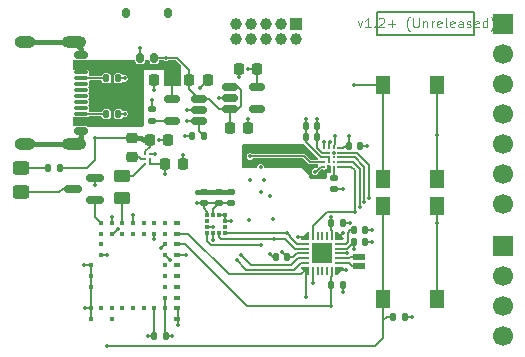
<source format=gbr>
%TF.GenerationSoftware,KiCad,Pcbnew,9.0.1+1*%
%TF.CreationDate,2025-09-03T19:24:44+00:00*%
%TF.ProjectId,ZSWatch-HeartRate,5a535761-7463-4682-9d48-656172745261,v1.2+ (Unreleased)*%
%TF.SameCoordinates,Original*%
%TF.FileFunction,Copper,L1,Top*%
%TF.FilePolarity,Positive*%
%FSLAX46Y46*%
G04 Gerber Fmt 4.6, Leading zero omitted, Abs format (unit mm)*
G04 Created by KiCad (PCBNEW 9.0.1+1) date 2025-09-03 19:24:44*
%MOMM*%
%LPD*%
G01*
G04 APERTURE LIST*
G04 Aperture macros list*
%AMRoundRect*
0 Rectangle with rounded corners*
0 $1 Rounding radius*
0 $2 $3 $4 $5 $6 $7 $8 $9 X,Y pos of 4 corners*
0 Add a 4 corners polygon primitive as box body*
4,1,4,$2,$3,$4,$5,$6,$7,$8,$9,$2,$3,0*
0 Add four circle primitives for the rounded corners*
1,1,$1+$1,$2,$3*
1,1,$1+$1,$4,$5*
1,1,$1+$1,$6,$7*
1,1,$1+$1,$8,$9*
0 Add four rect primitives between the rounded corners*
20,1,$1+$1,$2,$3,$4,$5,0*
20,1,$1+$1,$4,$5,$6,$7,0*
20,1,$1+$1,$6,$7,$8,$9,0*
20,1,$1+$1,$8,$9,$2,$3,0*%
%AMOutline4P*
0 Free polygon, 4 corners , with rotation*
0 The origin of the aperture is its center*
0 number of corners: always 4*
0 $1 to $8 corner X, Y*
0 $9 Rotation angle, in degrees counterclockwise*
0 create outline with 4 corners*
4,1,4,$1,$2,$3,$4,$5,$6,$7,$8,$1,$2,$9*%
G04 Aperture macros list end*
%TA.AperFunction,NonConductor*%
%ADD10C,0.200000*%
%TD*%
%ADD11C,0.120000*%
%TA.AperFunction,NonConductor*%
%ADD12C,0.120000*%
%TD*%
%TA.AperFunction,SMDPad,CuDef*%
%ADD13RoundRect,0.225000X-0.225000X-0.250000X0.225000X-0.250000X0.225000X0.250000X-0.225000X0.250000X0*%
%TD*%
%TA.AperFunction,SMDPad,CuDef*%
%ADD14RoundRect,0.140000X-0.140000X-0.170000X0.140000X-0.170000X0.140000X0.170000X-0.140000X0.170000X0*%
%TD*%
%TA.AperFunction,SMDPad,CuDef*%
%ADD15RoundRect,0.140000X0.170000X-0.140000X0.170000X0.140000X-0.170000X0.140000X-0.170000X-0.140000X0*%
%TD*%
%TA.AperFunction,SMDPad,CuDef*%
%ADD16RoundRect,0.250000X0.450000X-0.262500X0.450000X0.262500X-0.450000X0.262500X-0.450000X-0.262500X0*%
%TD*%
%TA.AperFunction,BGAPad,CuDef*%
%ADD17C,0.230000*%
%TD*%
%TA.AperFunction,SMDPad,CuDef*%
%ADD18RoundRect,0.150000X-0.425000X0.150000X-0.425000X-0.150000X0.425000X-0.150000X0.425000X0.150000X0*%
%TD*%
%TA.AperFunction,SMDPad,CuDef*%
%ADD19RoundRect,0.075000X-0.500000X0.075000X-0.500000X-0.075000X0.500000X-0.075000X0.500000X0.075000X0*%
%TD*%
%TA.AperFunction,ComponentPad*%
%ADD20O,2.100000X1.000000*%
%TD*%
%TA.AperFunction,ComponentPad*%
%ADD21O,1.800000X1.000000*%
%TD*%
%TA.AperFunction,SMDPad,CuDef*%
%ADD22RoundRect,0.135000X0.135000X0.185000X-0.135000X0.185000X-0.135000X-0.185000X0.135000X-0.185000X0*%
%TD*%
%TA.AperFunction,ComponentPad*%
%ADD23R,1.700000X1.700000*%
%TD*%
%TA.AperFunction,ComponentPad*%
%ADD24C,1.700000*%
%TD*%
%TA.AperFunction,SMDPad,CuDef*%
%ADD25RoundRect,0.135000X0.185000X-0.135000X0.185000X0.135000X-0.185000X0.135000X-0.185000X-0.135000X0*%
%TD*%
%TA.AperFunction,SMDPad,CuDef*%
%ADD26RoundRect,0.140000X0.140000X0.170000X-0.140000X0.170000X-0.140000X-0.170000X0.140000X-0.170000X0*%
%TD*%
%TA.AperFunction,ComponentPad*%
%ADD27R,1.000000X1.000000*%
%TD*%
%TA.AperFunction,ComponentPad*%
%ADD28C,1.000000*%
%TD*%
%TA.AperFunction,SMDPad,CuDef*%
%ADD29RoundRect,0.250000X0.450000X-0.325000X0.450000X0.325000X-0.450000X0.325000X-0.450000X-0.325000X0*%
%TD*%
%TA.AperFunction,SMDPad,CuDef*%
%ADD30R,1.140000X0.575000*%
%TD*%
%TA.AperFunction,SMDPad,CuDef*%
%ADD31R,0.200000X0.700000*%
%TD*%
%TA.AperFunction,SMDPad,CuDef*%
%ADD32Outline4P,-0.360000X-0.180000X0.360000X-0.180000X0.000000X0.180000X0.000000X0.180000X315.000000*%
%TD*%
%TA.AperFunction,SMDPad,CuDef*%
%ADD33R,0.700000X0.200000*%
%TD*%
%TA.AperFunction,SMDPad,CuDef*%
%ADD34Outline4P,-0.360000X-0.180000X0.360000X-0.180000X0.000000X0.180000X0.000000X0.180000X45.000000*%
%TD*%
%TA.AperFunction,SMDPad,CuDef*%
%ADD35Outline4P,-0.360000X-0.180000X0.360000X-0.180000X0.000000X0.180000X0.000000X0.180000X135.000000*%
%TD*%
%TA.AperFunction,SMDPad,CuDef*%
%ADD36Outline4P,-0.360000X-0.180000X0.360000X-0.180000X0.000000X0.180000X0.000000X0.180000X225.000000*%
%TD*%
%TA.AperFunction,SMDPad,CuDef*%
%ADD37R,1.701800X1.701800*%
%TD*%
%TA.AperFunction,SMDPad,CuDef*%
%ADD38RoundRect,0.150000X0.587500X0.150000X-0.587500X0.150000X-0.587500X-0.150000X0.587500X-0.150000X0*%
%TD*%
%TA.AperFunction,SMDPad,CuDef*%
%ADD39R,1.300000X1.500000*%
%TD*%
%TA.AperFunction,SMDPad,CuDef*%
%ADD40R,0.350000X0.375000*%
%TD*%
%TA.AperFunction,SMDPad,CuDef*%
%ADD41R,0.375000X0.350000*%
%TD*%
%TA.AperFunction,SMDPad,CuDef*%
%ADD42RoundRect,0.150000X-0.512500X-0.150000X0.512500X-0.150000X0.512500X0.150000X-0.512500X0.150000X0*%
%TD*%
%TA.AperFunction,SMDPad,CuDef*%
%ADD43RoundRect,0.203200X-0.000010X-0.000010X0.000010X-0.000010X0.000010X0.000010X-0.000010X0.000010X0*%
%TD*%
%TA.AperFunction,SMDPad,CuDef*%
%ADD44R,0.457200X0.406400*%
%TD*%
%TA.AperFunction,SMDPad,CuDef*%
%ADD45R,0.463000X0.406400*%
%TD*%
%TA.AperFunction,SMDPad,CuDef*%
%ADD46RoundRect,0.225000X0.225000X0.250000X-0.225000X0.250000X-0.225000X-0.250000X0.225000X-0.250000X0*%
%TD*%
%TA.AperFunction,SMDPad,CuDef*%
%ADD47RoundRect,0.140000X-0.170000X0.140000X-0.170000X-0.140000X0.170000X-0.140000X0.170000X0.140000X0*%
%TD*%
%TA.AperFunction,SMDPad,CuDef*%
%ADD48RoundRect,0.135000X-0.135000X-0.185000X0.135000X-0.185000X0.135000X0.185000X-0.135000X0.185000X0*%
%TD*%
%TA.AperFunction,SMDPad,CuDef*%
%ADD49RoundRect,0.150000X0.512500X0.150000X-0.512500X0.150000X-0.512500X-0.150000X0.512500X-0.150000X0*%
%TD*%
%TA.AperFunction,SMDPad,CuDef*%
%ADD50RoundRect,0.218750X-0.256250X0.218750X-0.256250X-0.218750X0.256250X-0.218750X0.256250X0.218750X0*%
%TD*%
%TA.AperFunction,SMDPad,CuDef*%
%ADD51RoundRect,0.150000X0.150000X0.275000X-0.150000X0.275000X-0.150000X-0.275000X0.150000X-0.275000X0*%
%TD*%
%TA.AperFunction,SMDPad,CuDef*%
%ADD52RoundRect,0.175000X0.175000X0.225000X-0.175000X0.225000X-0.175000X-0.225000X0.175000X-0.225000X0*%
%TD*%
%TA.AperFunction,SMDPad,CuDef*%
%ADD53C,0.250000*%
%TD*%
%TA.AperFunction,ViaPad*%
%ADD54C,0.350000*%
%TD*%
%TA.AperFunction,Conductor*%
%ADD55C,0.200000*%
%TD*%
%TA.AperFunction,Conductor*%
%ADD56C,0.150000*%
%TD*%
%TA.AperFunction,Conductor*%
%ADD57C,0.400000*%
%TD*%
G04 APERTURE END LIST*
D10*
X215100000Y-137200000D02*
X223300000Y-137200000D01*
X223300000Y-139100000D01*
X215100000Y-139100000D01*
X215100000Y-137200000D01*
D11*
D12*
X213409523Y-137930521D02*
X213599999Y-138463855D01*
X213599999Y-138463855D02*
X213790476Y-137930521D01*
X214514285Y-138463855D02*
X214057142Y-138463855D01*
X214285714Y-138463855D02*
X214285714Y-137663855D01*
X214285714Y-137663855D02*
X214209523Y-137778140D01*
X214209523Y-137778140D02*
X214133333Y-137854331D01*
X214133333Y-137854331D02*
X214057142Y-137892426D01*
X214857143Y-138387664D02*
X214895238Y-138425760D01*
X214895238Y-138425760D02*
X214857143Y-138463855D01*
X214857143Y-138463855D02*
X214819047Y-138425760D01*
X214819047Y-138425760D02*
X214857143Y-138387664D01*
X214857143Y-138387664D02*
X214857143Y-138463855D01*
X215199999Y-137740045D02*
X215238095Y-137701950D01*
X215238095Y-137701950D02*
X215314285Y-137663855D01*
X215314285Y-137663855D02*
X215504761Y-137663855D01*
X215504761Y-137663855D02*
X215580952Y-137701950D01*
X215580952Y-137701950D02*
X215619047Y-137740045D01*
X215619047Y-137740045D02*
X215657142Y-137816236D01*
X215657142Y-137816236D02*
X215657142Y-137892426D01*
X215657142Y-137892426D02*
X215619047Y-138006712D01*
X215619047Y-138006712D02*
X215161904Y-138463855D01*
X215161904Y-138463855D02*
X215657142Y-138463855D01*
X216000000Y-138159093D02*
X216609524Y-138159093D01*
X216304762Y-138463855D02*
X216304762Y-137854331D01*
X217828571Y-138768617D02*
X217790476Y-138730521D01*
X217790476Y-138730521D02*
X217714285Y-138616236D01*
X217714285Y-138616236D02*
X217676190Y-138540045D01*
X217676190Y-138540045D02*
X217638095Y-138425760D01*
X217638095Y-138425760D02*
X217600000Y-138235283D01*
X217600000Y-138235283D02*
X217600000Y-138082902D01*
X217600000Y-138082902D02*
X217638095Y-137892426D01*
X217638095Y-137892426D02*
X217676190Y-137778140D01*
X217676190Y-137778140D02*
X217714285Y-137701950D01*
X217714285Y-137701950D02*
X217790476Y-137587664D01*
X217790476Y-137587664D02*
X217828571Y-137549569D01*
X218133333Y-137663855D02*
X218133333Y-138311474D01*
X218133333Y-138311474D02*
X218171428Y-138387664D01*
X218171428Y-138387664D02*
X218209523Y-138425760D01*
X218209523Y-138425760D02*
X218285714Y-138463855D01*
X218285714Y-138463855D02*
X218438095Y-138463855D01*
X218438095Y-138463855D02*
X218514285Y-138425760D01*
X218514285Y-138425760D02*
X218552380Y-138387664D01*
X218552380Y-138387664D02*
X218590476Y-138311474D01*
X218590476Y-138311474D02*
X218590476Y-137663855D01*
X218971428Y-137930521D02*
X218971428Y-138463855D01*
X218971428Y-138006712D02*
X219009523Y-137968617D01*
X219009523Y-137968617D02*
X219085713Y-137930521D01*
X219085713Y-137930521D02*
X219199999Y-137930521D01*
X219199999Y-137930521D02*
X219276190Y-137968617D01*
X219276190Y-137968617D02*
X219314285Y-138044807D01*
X219314285Y-138044807D02*
X219314285Y-138463855D01*
X219695238Y-138463855D02*
X219695238Y-137930521D01*
X219695238Y-138082902D02*
X219733333Y-138006712D01*
X219733333Y-138006712D02*
X219771428Y-137968617D01*
X219771428Y-137968617D02*
X219847619Y-137930521D01*
X219847619Y-137930521D02*
X219923809Y-137930521D01*
X220495238Y-138425760D02*
X220419047Y-138463855D01*
X220419047Y-138463855D02*
X220266666Y-138463855D01*
X220266666Y-138463855D02*
X220190476Y-138425760D01*
X220190476Y-138425760D02*
X220152380Y-138349569D01*
X220152380Y-138349569D02*
X220152380Y-138044807D01*
X220152380Y-138044807D02*
X220190476Y-137968617D01*
X220190476Y-137968617D02*
X220266666Y-137930521D01*
X220266666Y-137930521D02*
X220419047Y-137930521D01*
X220419047Y-137930521D02*
X220495238Y-137968617D01*
X220495238Y-137968617D02*
X220533333Y-138044807D01*
X220533333Y-138044807D02*
X220533333Y-138120998D01*
X220533333Y-138120998D02*
X220152380Y-138197188D01*
X220990475Y-138463855D02*
X220914285Y-138425760D01*
X220914285Y-138425760D02*
X220876190Y-138349569D01*
X220876190Y-138349569D02*
X220876190Y-137663855D01*
X221600000Y-138425760D02*
X221523809Y-138463855D01*
X221523809Y-138463855D02*
X221371428Y-138463855D01*
X221371428Y-138463855D02*
X221295238Y-138425760D01*
X221295238Y-138425760D02*
X221257142Y-138349569D01*
X221257142Y-138349569D02*
X221257142Y-138044807D01*
X221257142Y-138044807D02*
X221295238Y-137968617D01*
X221295238Y-137968617D02*
X221371428Y-137930521D01*
X221371428Y-137930521D02*
X221523809Y-137930521D01*
X221523809Y-137930521D02*
X221600000Y-137968617D01*
X221600000Y-137968617D02*
X221638095Y-138044807D01*
X221638095Y-138044807D02*
X221638095Y-138120998D01*
X221638095Y-138120998D02*
X221257142Y-138197188D01*
X222323809Y-138463855D02*
X222323809Y-138044807D01*
X222323809Y-138044807D02*
X222285714Y-137968617D01*
X222285714Y-137968617D02*
X222209523Y-137930521D01*
X222209523Y-137930521D02*
X222057142Y-137930521D01*
X222057142Y-137930521D02*
X221980952Y-137968617D01*
X222323809Y-138425760D02*
X222247618Y-138463855D01*
X222247618Y-138463855D02*
X222057142Y-138463855D01*
X222057142Y-138463855D02*
X221980952Y-138425760D01*
X221980952Y-138425760D02*
X221942856Y-138349569D01*
X221942856Y-138349569D02*
X221942856Y-138273379D01*
X221942856Y-138273379D02*
X221980952Y-138197188D01*
X221980952Y-138197188D02*
X222057142Y-138159093D01*
X222057142Y-138159093D02*
X222247618Y-138159093D01*
X222247618Y-138159093D02*
X222323809Y-138120998D01*
X222666666Y-138425760D02*
X222742857Y-138463855D01*
X222742857Y-138463855D02*
X222895238Y-138463855D01*
X222895238Y-138463855D02*
X222971428Y-138425760D01*
X222971428Y-138425760D02*
X223009524Y-138349569D01*
X223009524Y-138349569D02*
X223009524Y-138311474D01*
X223009524Y-138311474D02*
X222971428Y-138235283D01*
X222971428Y-138235283D02*
X222895238Y-138197188D01*
X222895238Y-138197188D02*
X222780952Y-138197188D01*
X222780952Y-138197188D02*
X222704762Y-138159093D01*
X222704762Y-138159093D02*
X222666666Y-138082902D01*
X222666666Y-138082902D02*
X222666666Y-138044807D01*
X222666666Y-138044807D02*
X222704762Y-137968617D01*
X222704762Y-137968617D02*
X222780952Y-137930521D01*
X222780952Y-137930521D02*
X222895238Y-137930521D01*
X222895238Y-137930521D02*
X222971428Y-137968617D01*
X223657143Y-138425760D02*
X223580952Y-138463855D01*
X223580952Y-138463855D02*
X223428571Y-138463855D01*
X223428571Y-138463855D02*
X223352381Y-138425760D01*
X223352381Y-138425760D02*
X223314285Y-138349569D01*
X223314285Y-138349569D02*
X223314285Y-138044807D01*
X223314285Y-138044807D02*
X223352381Y-137968617D01*
X223352381Y-137968617D02*
X223428571Y-137930521D01*
X223428571Y-137930521D02*
X223580952Y-137930521D01*
X223580952Y-137930521D02*
X223657143Y-137968617D01*
X223657143Y-137968617D02*
X223695238Y-138044807D01*
X223695238Y-138044807D02*
X223695238Y-138120998D01*
X223695238Y-138120998D02*
X223314285Y-138197188D01*
X224380952Y-138463855D02*
X224380952Y-137663855D01*
X224380952Y-138425760D02*
X224304761Y-138463855D01*
X224304761Y-138463855D02*
X224152380Y-138463855D01*
X224152380Y-138463855D02*
X224076190Y-138425760D01*
X224076190Y-138425760D02*
X224038095Y-138387664D01*
X224038095Y-138387664D02*
X223999999Y-138311474D01*
X223999999Y-138311474D02*
X223999999Y-138082902D01*
X223999999Y-138082902D02*
X224038095Y-138006712D01*
X224038095Y-138006712D02*
X224076190Y-137968617D01*
X224076190Y-137968617D02*
X224152380Y-137930521D01*
X224152380Y-137930521D02*
X224304761Y-137930521D01*
X224304761Y-137930521D02*
X224380952Y-137968617D01*
X224685714Y-138768617D02*
X224723809Y-138730521D01*
X224723809Y-138730521D02*
X224800000Y-138616236D01*
X224800000Y-138616236D02*
X224838095Y-138540045D01*
X224838095Y-138540045D02*
X224876190Y-138425760D01*
X224876190Y-138425760D02*
X224914286Y-138235283D01*
X224914286Y-138235283D02*
X224914286Y-138082902D01*
X224914286Y-138082902D02*
X224876190Y-137892426D01*
X224876190Y-137892426D02*
X224838095Y-137778140D01*
X224838095Y-137778140D02*
X224800000Y-137701950D01*
X224800000Y-137701950D02*
X224723809Y-137587664D01*
X224723809Y-137587664D02*
X224685714Y-137549569D01*
D13*
%TO.P,C401,1*%
%TO.N,/Project Architecture/Main/V_{BAT}*%
X195850000Y-148025000D03*
%TO.P,C401,2*%
%TO.N,GND*%
X197400000Y-148025000D03*
%TD*%
D14*
%TO.P,C412,1*%
%TO.N,/Project Architecture/Main/V_{LED}*%
X212700000Y-148475000D03*
%TO.P,C412,2*%
%TO.N,GND*%
X213660000Y-148475000D03*
%TD*%
D15*
%TO.P,C416,1*%
%TO.N,+1V8*%
X200400000Y-153335000D03*
%TO.P,C416,2*%
%TO.N,GND*%
X200400000Y-152375000D03*
%TD*%
D16*
%TO.P,R403,1*%
%TO.N,Net-(M401-P0.01)*%
X193510000Y-152887500D03*
%TO.P,R403,2*%
%TO.N,/Project Architecture/Main/ENABLE_{LED}*%
X193510000Y-151062500D03*
%TD*%
D17*
%TO.P,IC402,A1,IN*%
%TO.N,/Project Architecture/Main/V_{BAT}*%
X195450000Y-149225000D03*
%TO.P,IC402,A2,GND*%
%TO.N,GND*%
X195850000Y-149225000D03*
%TO.P,IC402,B1,L*%
%TO.N,Net-(IC402-L)*%
X195450000Y-149625000D03*
%TO.P,IC402,B2,OUT*%
%TO.N,/Project Architecture/Main/V_{LED}*%
X195850000Y-149625000D03*
%TO.P,IC402,C1,EN*%
%TO.N,/Project Architecture/Main/ENABLE_{LED}*%
X195450000Y-150025000D03*
%TO.P,IC402,C2,FB*%
%TO.N,/Project Architecture/Main/V_{LED}*%
X195850000Y-150025000D03*
%TD*%
D18*
%TO.P,X401,A1,GND*%
%TO.N,GND*%
X190005000Y-140830000D03*
%TO.P,X401,A4,VBUS*%
%TO.N,Net-(IC403-V_{DD})*%
X190005000Y-141630000D03*
D19*
%TO.P,X401,A5,CC1*%
%TO.N,Net-(X401-CC1)*%
X190005000Y-142780000D03*
%TO.P,X401,A6,D+*%
%TO.N,unconnected-(X401-D+-PadA6)*%
X190005000Y-143780000D03*
%TO.P,X401,A7,D-*%
%TO.N,unconnected-(X401-D--PadA7)*%
X190005000Y-144280000D03*
%TO.P,X401,A8*%
%TO.N,N/C*%
X190005000Y-145280000D03*
D18*
%TO.P,X401,A9,VBUS*%
%TO.N,Net-(IC403-V_{DD})*%
X190005000Y-146430000D03*
%TO.P,X401,A12,GND*%
%TO.N,GND*%
X190005000Y-147230000D03*
%TO.P,X401,B1,GND*%
X190005000Y-147230000D03*
%TO.P,X401,B4,VBUS*%
%TO.N,Net-(IC403-V_{DD})*%
X190005000Y-146430000D03*
D19*
%TO.P,X401,B5,CC2*%
%TO.N,Net-(X401-CC2)*%
X190005000Y-145780000D03*
%TO.P,X401,B6,D+*%
%TO.N,unconnected-(X401-D+-PadB6)*%
X190005000Y-144780000D03*
%TO.P,X401,B7,D-*%
%TO.N,unconnected-(X401-D--PadB7)*%
X190005000Y-143280000D03*
%TO.P,X401,B8*%
%TO.N,N/C*%
X190005000Y-142280000D03*
D18*
%TO.P,X401,B9,VBUS*%
%TO.N,Net-(IC403-V_{DD})*%
X190005000Y-141630000D03*
%TO.P,X401,B12,GND*%
%TO.N,GND*%
X190005000Y-140830000D03*
D20*
%TO.P,X401,S1,SHIELD*%
X189430000Y-139710000D03*
D21*
X185250000Y-139710000D03*
D20*
X189430000Y-148350000D03*
D21*
X185250000Y-148350000D03*
%TD*%
D22*
%TO.P,R401,1*%
%TO.N,/Project Architecture/Main/V_{BAT}*%
X188210000Y-150350000D03*
%TO.P,R401,2*%
%TO.N,Net-(D401-A)*%
X187190000Y-150350000D03*
%TD*%
%TO.P,R409,1*%
%TO.N,+1V8*%
X212210000Y-155000000D03*
%TO.P,R409,2*%
%TO.N,Net-(IC404-INT_{PPG})*%
X211190000Y-155000000D03*
%TD*%
D23*
%TO.P,J402,1,Pin_1*%
%TO.N,GND*%
X225700000Y-138135000D03*
D24*
%TO.P,J402,2,Pin_2*%
%TO.N,Net-(IC404-SCLK_{SENSOR})*%
X225700000Y-140675000D03*
%TO.P,J402,3,Pin_3*%
%TO.N,Net-(IC404-MISO_{SENSOR})*%
X225700000Y-143215000D03*
%TO.P,J402,4,Pin_4*%
%TO.N,Net-(IC404-MOSI_{SENSOR})*%
X225700000Y-145755000D03*
%TO.P,J402,5,Pin_5*%
%TO.N,Net-(IC404-CS_{PPG})*%
X225700000Y-148295000D03*
%TO.P,J402,6,Pin_6*%
%TO.N,Net-(IC404-CS_{ACC})*%
X225700000Y-150835000D03*
%TO.P,J402,7,Pin_7*%
%TO.N,/Project Architecture/Main/STATUS*%
X225700000Y-153375000D03*
%TD*%
D14*
%TO.P,C410,1*%
%TO.N,Net-(IC404-V_{CORE})*%
X213100000Y-155650000D03*
%TO.P,C410,2*%
%TO.N,GND*%
X214060000Y-155650000D03*
%TD*%
D25*
%TO.P,R406,1*%
%TO.N,Net-(IC403-PROG)*%
X196000000Y-146400000D03*
%TO.P,R406,2*%
%TO.N,GND*%
X196000000Y-145380000D03*
%TD*%
D15*
%TO.P,C411,1*%
%TO.N,+1V8*%
X201700000Y-153335000D03*
%TO.P,C411,2*%
%TO.N,GND*%
X201700000Y-152375000D03*
%TD*%
D14*
%TO.P,C408,1*%
%TO.N,+1V8*%
X213090000Y-156650000D03*
%TO.P,C408,2*%
%TO.N,GND*%
X214050000Y-156650000D03*
%TD*%
D26*
%TO.P,C409,1*%
%TO.N,+1V8*%
X207480000Y-157925000D03*
%TO.P,C409,2*%
%TO.N,GND*%
X206520000Y-157925000D03*
%TD*%
D23*
%TO.P,J401,1,Pin_1*%
%TO.N,/Project Architecture/Main/SDA*%
X225700000Y-156975000D03*
D24*
%TO.P,J401,2,Pin_2*%
%TO.N,/Project Architecture/Main/SCL*%
X225700000Y-159515000D03*
%TO.P,J401,3,Pin_3*%
%TO.N,/Project Architecture/Main/~{RESET_{HR}}*%
X225700000Y-162055000D03*
%TO.P,J401,4,Pin_4*%
%TO.N,GND*%
X225700000Y-164595000D03*
%TD*%
D27*
%TO.P,X403,1,VTref*%
%TO.N,+1V8*%
X208200000Y-138200000D03*
D28*
%TO.P,X403,2,SWDIO/TMS*%
%TO.N,/Project Architecture/Main/SWDIO*%
X208200000Y-139470000D03*
%TO.P,X403,3,GND*%
%TO.N,GND*%
X206930000Y-138200000D03*
%TO.P,X403,4,SWCLK/TCK*%
%TO.N,/Project Architecture/Main/SWDCLK*%
X206930000Y-139470000D03*
%TO.P,X403,5,GND*%
%TO.N,GND*%
X205660000Y-138200000D03*
%TO.P,X403,6,SWO/TDO*%
%TO.N,unconnected-(X403-SWO{slash}TDO-Pad6)*%
X205660000Y-139470000D03*
%TO.P,X403,7,KEY*%
%TO.N,unconnected-(X403-KEY-Pad7)*%
X204390000Y-138200000D03*
%TO.P,X403,8,NC/TDI*%
%TO.N,unconnected-(X403-NC{slash}TDI-Pad8)*%
X204390000Y-139470000D03*
%TO.P,X403,9,GNDDetect*%
%TO.N,unconnected-(X403-GNDDetect-Pad9)*%
X203120000Y-138200000D03*
%TO.P,X403,10,~{RESET}*%
%TO.N,/Project Architecture/Main/~{RESET}*%
X203120000Y-139470000D03*
%TD*%
D29*
%TO.P,D401,1,K*%
%TO.N,Net-(D401-K)*%
X184900000Y-152400000D03*
%TO.P,D401,2,A*%
%TO.N,Net-(D401-A)*%
X184900000Y-150350000D03*
%TD*%
D30*
%TO.P,Y401,1,1*%
%TO.N,Net-(IC404-32k_{OUT})*%
X213500000Y-158687500D03*
%TO.P,Y401,2,2*%
%TO.N,Net-(IC404-32k_{IN})*%
X213500000Y-157862500D03*
%TD*%
D26*
%TO.P,C417,1*%
%TO.N,+1V8*%
X209980000Y-146775000D03*
%TO.P,C417,2*%
%TO.N,GND*%
X209020000Y-146775000D03*
%TD*%
D31*
%TO.P,IC404,1,MFIO*%
%TO.N,/Project Architecture/Main/STATUS*%
X209230000Y-159050000D03*
D32*
X209010000Y-159020000D03*
D33*
X208980000Y-158800000D03*
D31*
%TO.P,IC404,2,CS_{ACC}*%
%TO.N,Net-(IC404-CS_{ACC})*%
X209630000Y-159050000D03*
%TO.P,IC404,3*%
%TO.N,N/C*%
X210030000Y-159050000D03*
%TO.P,IC404,4*%
X210430000Y-159050000D03*
%TO.P,IC404,5*%
X210830000Y-159050000D03*
%TO.P,IC404,6,~{RESET}*%
%TO.N,/Project Architecture/Main/~{RESET_{HR}}*%
X211230000Y-159050000D03*
%TO.P,IC404,7,GND*%
%TO.N,GND*%
X211630000Y-159050000D03*
D34*
X211850000Y-159020000D03*
D33*
X211880000Y-158800000D03*
%TO.P,IC404,8,32k_{OUT}*%
%TO.N,Net-(IC404-32k_{OUT})*%
X211880000Y-158400000D03*
%TO.P,IC404,9,32k_{IN}*%
%TO.N,Net-(IC404-32k_{IN})*%
X211880000Y-158000000D03*
%TO.P,IC404,10,GND*%
%TO.N,GND*%
X211880000Y-157600000D03*
%TO.P,IC404,11,V_{DD}*%
%TO.N,+1V8*%
X211880000Y-157200000D03*
%TO.P,IC404,12,V_{CORE}*%
%TO.N,Net-(IC404-V_{CORE})*%
X211880000Y-156800000D03*
%TO.P,IC404,13,INT_{ACC}*%
%TO.N,/Project Architecture/Main/INT_{ACC}*%
X211880000Y-156400000D03*
D35*
X211850000Y-156180000D03*
D31*
X211630000Y-156150000D03*
%TO.P,IC404,14,INT_{PPG}*%
%TO.N,Net-(IC404-INT_{PPG})*%
X211230000Y-156150000D03*
%TO.P,IC404,15*%
%TO.N,N/C*%
X210830000Y-156150000D03*
%TO.P,IC404,16*%
X210430000Y-156150000D03*
%TO.P,IC404,17*%
X210030000Y-156150000D03*
%TO.P,IC404,18,CS_{PPG}*%
%TO.N,Net-(IC404-CS_{PPG})*%
X209630000Y-156150000D03*
D33*
%TO.P,IC404,19,SCLK_{SENSOR}*%
%TO.N,Net-(IC404-SCLK_{SENSOR})*%
X208980000Y-156400000D03*
D36*
X209010000Y-156180000D03*
D31*
X209230000Y-156150000D03*
D33*
%TO.P,IC404,20,MOSI_{SENSOR}*%
%TO.N,Net-(IC404-MOSI_{SENSOR})*%
X208980000Y-156800000D03*
%TO.P,IC404,21,MISO_{SENSOR}*%
%TO.N,Net-(IC404-MISO_{SENSOR})*%
X208980000Y-157200000D03*
%TO.P,IC404,22,V_{DD}*%
%TO.N,+1V8*%
X208980000Y-157600000D03*
%TO.P,IC404,23,SDA*%
%TO.N,/Project Architecture/Main/SDA*%
X208980000Y-158000000D03*
%TO.P,IC404,24,SCL*%
%TO.N,/Project Architecture/Main/SCL*%
X208980000Y-158400000D03*
D37*
%TO.P,IC404,25*%
%TO.N,N/C*%
X210430000Y-157600000D03*
%TD*%
D38*
%TO.P,Q401,1,G*%
%TO.N,Net-(M401-P0.02)*%
X191200000Y-153075000D03*
%TO.P,Q401,2,S*%
%TO.N,GND*%
X191200000Y-151175000D03*
%TO.P,Q401,3,D*%
%TO.N,Net-(D401-K)*%
X189325000Y-152125000D03*
%TD*%
D26*
%TO.P,C406,1*%
%TO.N,+1V8*%
X197180000Y-164600000D03*
%TO.P,C406,2*%
%TO.N,GND*%
X196220000Y-164600000D03*
%TD*%
D22*
%TO.P,R405,1*%
%TO.N,GND*%
X193160000Y-145780000D03*
%TO.P,R405,2*%
%TO.N,Net-(X401-CC2)*%
X192140000Y-145780000D03*
%TD*%
D39*
%TO.P,SW401,1,1*%
%TO.N,/Project Architecture/Main/~{RESET}*%
X215600000Y-161500000D03*
%TO.P,SW401,2,2*%
%TO.N,GND*%
X220100000Y-161500000D03*
%TO.P,SW401,3,3*%
%TO.N,/Project Architecture/Main/~{RESET}*%
X215600000Y-153550000D03*
%TO.P,SW401,4,4*%
%TO.N,GND*%
X220100000Y-153550000D03*
%TD*%
D40*
%TO.P,IC406,1,SCL/SCLK*%
%TO.N,Net-(IC404-SCLK_{SENSOR})*%
X200687500Y-155867500D03*
%TO.P,IC406,2,CS*%
%TO.N,Net-(IC404-CS_{ACC})*%
X201187500Y-155867500D03*
%TO.P,IC406,3,SDO/ADDR0*%
%TO.N,Net-(IC404-MISO_{SENSOR})*%
X201687500Y-155867500D03*
%TO.P,IC406,4,SDA/SDI/SDO*%
%TO.N,Net-(IC404-MOSI_{SENSOR})*%
X202187500Y-155867500D03*
D41*
%TO.P,IC406,5,NC*%
%TO.N,unconnected-(IC406-NC-Pad5)*%
X202200000Y-155355000D03*
%TO.P,IC406,6,GND*%
%TO.N,GND*%
X202200000Y-154855000D03*
D40*
%TO.P,IC406,7,RES*%
X202187500Y-154342500D03*
%TO.P,IC406,8,GND*%
X201687500Y-154342500D03*
%TO.P,IC406,9,VDD*%
%TO.N,+1V8*%
X201187500Y-154342500D03*
%TO.P,IC406,10,VDD_{IO}*%
X200687500Y-154342500D03*
D41*
%TO.P,IC406,11,INT2*%
%TO.N,unconnected-(IC406-INT2-Pad11)*%
X200675000Y-154855000D03*
%TO.P,IC406,12,INT1*%
%TO.N,/Project Architecture/Main/INT_{ACC}*%
X200675000Y-155355000D03*
%TD*%
D15*
%TO.P,C414,1*%
%TO.N,+1V8*%
X202700000Y-153335000D03*
%TO.P,C414,2*%
%TO.N,GND*%
X202700000Y-152375000D03*
%TD*%
D42*
%TO.P,IC401,1,IN*%
%TO.N,/Project Architecture/Main/V_{BAT}*%
X202625000Y-143500000D03*
%TO.P,IC401,2,GND*%
%TO.N,GND*%
X202625000Y-144450000D03*
%TO.P,IC401,3,EN*%
%TO.N,/Project Architecture/Main/V_{BAT}*%
X202625000Y-145400000D03*
%TO.P,IC401,4,FLG*%
%TO.N,unconnected-(IC401-FLG-Pad4)*%
X204900000Y-145400000D03*
%TO.P,IC401,5,OUT*%
%TO.N,+1V8*%
X204900000Y-143500000D03*
%TD*%
D43*
%TO.P,M401,A1,GND*%
%TO.N,GND*%
X190817600Y-163113600D03*
%TO.P,M401,A3,P1.09*%
%TO.N,unconnected-(M401-P1.09-PadA3)*%
X192621000Y-163113600D03*
%TO.P,M401,A9,GND*%
%TO.N,GND*%
X198005800Y-163113600D03*
D44*
X198234400Y-163113600D03*
D43*
%TO.P,M401,B1,GND*%
X190817600Y-162224600D03*
%TO.P,M401,B2,P1.10*%
%TO.N,unconnected-(M401-P1.10-PadB2)*%
X191706600Y-162224600D03*
%TO.P,M401,B3,P1.11/AIN4*%
%TO.N,unconnected-(M401-P1.11{slash}AIN4-PadB3)*%
X192621000Y-162224600D03*
%TO.P,M401,B4,P1.12/AIN5*%
%TO.N,unconnected-(M401-P1.12{slash}AIN5-PadB4)*%
X193510000Y-162224600D03*
%TO.P,M401,B5,P1.13/AIN6*%
%TO.N,unconnected-(M401-P1.13{slash}AIN6-PadB5)*%
X194399000Y-162224600D03*
%TO.P,M401,B6,P1.14/AIN7*%
%TO.N,unconnected-(M401-P1.14{slash}AIN7-PadB6)*%
X195313400Y-162224600D03*
%TO.P,M401,B7,GND*%
%TO.N,GND*%
X196202400Y-162224600D03*
%TO.P,M401,B8,VDD*%
%TO.N,+1V8*%
X197116800Y-162224600D03*
%TO.P,M401,B9,GND*%
%TO.N,GND*%
X198005800Y-162224600D03*
D44*
X198234400Y-162224600D03*
D43*
%TO.P,M401,C8,VDD*%
%TO.N,+1V8*%
X197116800Y-161335600D03*
%TO.P,M401,C9,P1.01/32K*%
%TO.N,unconnected-(M401-P1.01{slash}32K-PadC9)*%
X198005800Y-161335600D03*
D44*
%TO.N,unconnected-(M401-P1.01{slash}32K-PadC9)_1*%
X198234400Y-161335600D03*
D43*
%TO.P,M401,D1,GND*%
%TO.N,GND*%
X190817600Y-160421200D03*
%TO.P,M401,D8,P1.00/32K*%
%TO.N,unconnected-(M401-P1.00{slash}32K-PadD8)*%
X197116800Y-160421200D03*
%TO.P,M401,D9,P1.02/NFC1*%
%TO.N,unconnected-(M401-P1.02{slash}NFC1-PadD9)*%
X198005800Y-160421200D03*
D44*
%TO.N,unconnected-(M401-P1.02{slash}NFC1-PadD9)_1*%
X198234400Y-160421200D03*
D43*
%TO.P,M401,E1,GND*%
%TO.N,GND*%
X190817600Y-159532200D03*
%TO.P,M401,E8,P1.03/NFC2*%
%TO.N,unconnected-(M401-P1.03{slash}NFC2-PadE8)*%
X197116800Y-159532200D03*
%TO.P,M401,E9,P1.04/AIN0*%
%TO.N,unconnected-(M401-P1.04{slash}AIN0-PadE9)_1*%
X198005800Y-159532200D03*
D44*
%TO.N,unconnected-(M401-P1.04{slash}AIN0-PadE9)*%
X198234400Y-159532200D03*
D43*
%TO.P,M401,F1,GND*%
%TO.N,GND*%
X190817600Y-158617800D03*
%TO.P,M401,F8,P1.05/AIN1*%
%TO.N,unconnected-(M401-P1.05{slash}AIN1-PadF8)*%
X197116800Y-158617800D03*
%TO.P,M401,F9,P1.06/AIN2*%
%TO.N,unconnected-(M401-P1.06{slash}AIN2-PadF9)*%
X198005800Y-158617800D03*
D44*
%TO.N,unconnected-(M401-P1.06{slash}AIN2-PadF9)_1*%
X198234400Y-158617800D03*
D43*
%TO.P,M401,G2,~{RESET}*%
%TO.N,/Project Architecture/Main/~{RESET}*%
X191706600Y-157728800D03*
%TO.P,M401,G8,P1.08*%
%TO.N,/Project Architecture/Main/SCL*%
X197116800Y-157728800D03*
%TO.P,M401,G9,P1.07/AIN3*%
%TO.N,/Project Architecture/Main/SDA*%
X198005800Y-157728800D03*
D44*
X198234400Y-157728800D03*
D43*
%TO.P,M401,H2,P0.04*%
%TO.N,unconnected-(M401-P0.04-PadH2)*%
X191706600Y-156814400D03*
%TO.P,M401,H8,GND*%
%TO.N,GND*%
X197116800Y-156814400D03*
%TO.P,M401,H9,P2.00*%
%TO.N,/Project Architecture/Main/~{RESET_{HR}}*%
X198005800Y-156814400D03*
D44*
X198234400Y-156814400D03*
D43*
%TO.P,M401,J2,P0.03*%
%TO.N,unconnected-(M401-P0.03-PadJ2)*%
X191706600Y-155925400D03*
%TO.P,M401,J3,SWDIO*%
%TO.N,/Project Architecture/Main/SWDIO*%
X192621000Y-155925400D03*
%TO.P,M401,J4,P0.00*%
%TO.N,unconnected-(M401-P0.00-PadJ4)*%
X193510000Y-155925400D03*
%TO.P,M401,J5,P2.09*%
%TO.N,unconnected-(M401-P2.09-PadJ5)*%
X194399000Y-155925400D03*
%TO.P,M401,J6,P2.07*%
%TO.N,unconnected-(M401-P2.07-PadJ6)*%
X195313400Y-155925400D03*
%TO.P,M401,J7,P2.03*%
%TO.N,Net-(M401-P2.03)*%
X196202400Y-155925400D03*
%TO.P,M401,J8,P2.02*%
%TO.N,unconnected-(M401-P2.02-PadJ8)*%
X197116800Y-155925400D03*
%TO.P,M401,J9,P2.01*%
%TO.N,/Project Architecture/Main/STATUS*%
X198005800Y-155925400D03*
D44*
X198234400Y-155925400D03*
D43*
%TO.P,M401,K2,P0.02*%
%TO.N,Net-(M401-P0.02)*%
X191706600Y-155036400D03*
%TO.P,M401,K3,SWDCLK*%
%TO.N,/Project Architecture/Main/SWDCLK*%
X192621000Y-155036400D03*
%TO.P,M401,K4,P0.01*%
%TO.N,Net-(M401-P0.01)*%
X193510000Y-155036400D03*
%TO.P,M401,K5,P2.10*%
%TO.N,/Project Architecture/Main/CHARGE*%
X194399000Y-155036400D03*
%TO.P,M401,K6,P2.08*%
%TO.N,unconnected-(M401-P2.08-PadK6)*%
X195313400Y-155036400D03*
%TO.P,M401,K7,P2.06*%
%TO.N,unconnected-(M401-P2.06-PadK7)*%
X196202400Y-155036400D03*
%TO.P,M401,K8,P2.05*%
%TO.N,unconnected-(M401-P2.05-PadK8)*%
X197116800Y-155036400D03*
%TO.P,M401,K9,P2.04*%
%TO.N,unconnected-(M401-P2.04-PadK9)*%
X198005800Y-155036400D03*
D45*
%TO.N,unconnected-(M401-P2.04-PadK9)_1*%
X198231500Y-155036400D03*
%TD*%
D22*
%TO.P,R407,1*%
%TO.N,/Project Architecture/Main/CHARGE*%
X200410000Y-147675000D03*
%TO.P,R407,2*%
%TO.N,+1V8*%
X199390000Y-147675000D03*
%TD*%
D46*
%TO.P,C404,1*%
%TO.N,+1V8*%
X204900000Y-141950000D03*
%TO.P,C404,2*%
%TO.N,GND*%
X203350000Y-141950000D03*
%TD*%
D13*
%TO.P,C407,1*%
%TO.N,/Project Architecture/Main/V_{BAT}*%
X199175000Y-142950000D03*
%TO.P,C407,2*%
%TO.N,GND*%
X200725000Y-142950000D03*
%TD*%
D47*
%TO.P,C413,1*%
%TO.N,Net-(IC405-V_{REF})*%
X211400000Y-151215000D03*
%TO.P,C413,2*%
%TO.N,GND*%
X211400000Y-152175000D03*
%TD*%
D22*
%TO.P,R402,1*%
%TO.N,+1V8*%
X217410000Y-162975000D03*
%TO.P,R402,2*%
%TO.N,/Project Architecture/Main/~{RESET}*%
X216390000Y-162975000D03*
%TD*%
D26*
%TO.P,C415,1*%
%TO.N,+1V8*%
X209980000Y-147775000D03*
%TO.P,C415,2*%
%TO.N,GND*%
X209020000Y-147775000D03*
%TD*%
D39*
%TO.P,SW402,1,1*%
%TO.N,GND*%
X220100000Y-143325000D03*
%TO.P,SW402,2,2*%
%TO.N,Net-(M401-P2.03)*%
X215600000Y-143325000D03*
%TO.P,SW402,3,3*%
%TO.N,GND*%
X220100000Y-151275000D03*
%TO.P,SW402,4,4*%
%TO.N,Net-(M401-P2.03)*%
X215600000Y-151275000D03*
%TD*%
D48*
%TO.P,R404,1*%
%TO.N,Net-(X401-CC1)*%
X192140000Y-142780000D03*
%TO.P,R404,2*%
%TO.N,GND*%
X193160000Y-142780000D03*
%TD*%
D49*
%TO.P,IC403,1,STAT*%
%TO.N,/Project Architecture/Main/CHARGE*%
X199975000Y-146400000D03*
%TO.P,IC403,2,V_{SS}*%
%TO.N,GND*%
X199975000Y-145450000D03*
%TO.P,IC403,3,V_{BAT}*%
%TO.N,/Project Architecture/Main/V_{BAT}*%
X199975000Y-144500000D03*
%TO.P,IC403,4,V_{DD}*%
%TO.N,Net-(IC403-V_{DD})*%
X197700000Y-144500000D03*
%TO.P,IC403,5,PROG*%
%TO.N,Net-(IC403-PROG)*%
X197700000Y-146400000D03*
%TD*%
D50*
%TO.P,L401,1,1*%
%TO.N,/Project Architecture/Main/V_{BAT}*%
X194350000Y-147837500D03*
%TO.P,L401,2,2*%
%TO.N,Net-(IC402-L)*%
X194350000Y-149412500D03*
%TD*%
D48*
%TO.P,R408,1*%
%TO.N,/Project Architecture/Main/~{RESET_{HR}}*%
X211190000Y-160300000D03*
%TO.P,R408,2*%
%TO.N,GND*%
X212210000Y-160300000D03*
%TD*%
D13*
%TO.P,C403,1*%
%TO.N,/Project Architecture/Main/V_{LED}*%
X197100000Y-150025000D03*
%TO.P,C403,2*%
%TO.N,GND*%
X198650000Y-150025000D03*
%TD*%
D51*
%TO.P,X402,1,Pin_1*%
%TO.N,/Project Architecture/Main/V_{BAT}*%
X196200000Y-141025000D03*
%TO.P,X402,2,Pin_2*%
%TO.N,GND*%
X195000000Y-141025000D03*
D52*
%TO.P,X402,MP*%
%TO.N,N/C*%
X197350000Y-137250000D03*
X193850000Y-137250000D03*
%TD*%
D53*
%TO.P,IC405,A1,V_{LED}*%
%TO.N,/Project Architecture/Main/V_{LED}*%
X211800000Y-148675000D03*
%TO.P,IC405,A2,SCLK*%
%TO.N,Net-(IC404-SCLK_{SENSOR})*%
X211800000Y-149075000D03*
%TO.P,IC405,A3,MISO*%
%TO.N,Net-(IC404-MISO_{SENSOR})*%
X211800000Y-149475000D03*
%TO.P,IC405,A4,MOSI*%
%TO.N,Net-(IC404-MOSI_{SENSOR})*%
X211800000Y-149875000D03*
%TO.P,IC405,A5,~{CSB}*%
%TO.N,Net-(IC404-CS_{PPG})*%
X211800000Y-150275000D03*
%TO.P,IC405,B1,LED3-DRV*%
%TO.N,Net-(IC405-LED3-DRV)*%
X211400000Y-148675000D03*
%TO.P,IC405,B2,~{INT}*%
%TO.N,Net-(IC404-INT_{PPG})*%
X211400000Y-149075000D03*
%TO.P,IC405,B3,GPIO1*%
%TO.N,unconnected-(IC405-GPIO1-PadB3)*%
X211400000Y-149475000D03*
%TO.P,IC405,B4,GPIO2*%
%TO.N,unconnected-(IC405-GPIO2-PadB4)*%
X211400000Y-149875000D03*
%TO.P,IC405,B5,V_{REF}*%
%TO.N,Net-(IC405-V_{REF})*%
X211400000Y-150275000D03*
%TO.P,IC405,C1,LED2-DRV*%
%TO.N,Net-(IC405-LED2-DRV)*%
X211000000Y-148675000D03*
%TO.P,IC405,C2,DVDD*%
%TO.N,+1V8*%
X211000000Y-149075000D03*
%TO.P,IC405,C3,DGND*%
%TO.N,GND*%
X211000000Y-149475000D03*
%TO.P,IC405,C4,AGND*%
X211000000Y-149875000D03*
%TO.P,IC405,C5,PD-GND*%
%TO.N,PD_GND*%
X211000000Y-150275000D03*
%TO.P,IC405,D1,LED1-DRV*%
%TO.N,Net-(IC405-LED1-DRV)*%
X210600000Y-148675000D03*
%TO.P,IC405,D2,AVDD*%
%TO.N,+1V8*%
X210600000Y-149075000D03*
%TO.P,IC405,D3,PGND*%
%TO.N,GND*%
X210600000Y-149475000D03*
%TO.P,IC405,D4,PD2-IN*%
%TO.N,Net-(D403-K)*%
X210600000Y-149875000D03*
%TO.P,IC405,D5,PD1-IN*%
%TO.N,Net-(D402-K)*%
X210600000Y-150275000D03*
%TD*%
D13*
%TO.P,C402,1*%
%TO.N,/Project Architecture/Main/V_{BAT}*%
X202625000Y-146950000D03*
%TO.P,C402,2*%
%TO.N,GND*%
X204175000Y-146950000D03*
%TD*%
D46*
%TO.P,C405,1*%
%TO.N,Net-(IC403-V_{DD})*%
X197700000Y-142950000D03*
%TO.P,C405,2*%
%TO.N,GND*%
X196150000Y-142950000D03*
%TD*%
D54*
%TO.N,GND*%
X206250000Y-154725000D03*
X190250000Y-158600000D03*
X196625000Y-148025000D03*
X198650000Y-149275000D03*
X202700000Y-154855000D03*
X198234400Y-163700000D03*
X193700000Y-145780000D03*
X220100000Y-155000000D03*
X195000000Y-140200000D03*
X199800000Y-152375000D03*
X220100000Y-147575000D03*
X196300000Y-149225000D03*
X209020000Y-146195000D03*
X206000000Y-157675000D03*
X204220000Y-154755000D03*
X214600000Y-155650000D03*
X196000000Y-144600000D03*
X203350000Y-142650000D03*
X190300000Y-162224600D03*
X200112500Y-143562500D03*
X204175000Y-146225000D03*
X193700000Y-142780000D03*
X214200000Y-148475000D03*
X196150000Y-143750000D03*
X212210000Y-160875000D03*
X195700000Y-164600000D03*
X199000000Y-145450000D03*
X201650000Y-144450000D03*
X212500000Y-157600000D03*
X212200000Y-152175000D03*
X196800000Y-157131200D03*
X212400000Y-158975000D03*
X191200000Y-151775000D03*
X214600000Y-156650000D03*
%TO.N,+1V8*%
X207050000Y-157475000D03*
X212775000Y-155000000D03*
X199800000Y-153335000D03*
X204125000Y-141950000D03*
X198800000Y-147675000D03*
X218000000Y-162975000D03*
X213090000Y-157210000D03*
X197700000Y-164600000D03*
X209980000Y-146195000D03*
%TO.N,PD_GND*%
X206100000Y-148775000D03*
X211000000Y-150275000D03*
X206100000Y-149975000D03*
%TO.N,/Project Architecture/Main/V_{LED}*%
X197100000Y-150875000D03*
X205500000Y-151375000D03*
X204300000Y-151375000D03*
X212700000Y-147675000D03*
%TO.N,/Project Architecture/Main/V_{BAT}*%
X197200000Y-141025000D03*
X191200000Y-147837500D03*
%TO.N,/Project Architecture/Main/INT_{ACC}*%
X201200000Y-155354998D03*
X212140000Y-155890000D03*
%TO.N,/Project Architecture/Main/SCL*%
X203200000Y-158175000D03*
X197563000Y-158175000D03*
%TO.N,/Project Architecture/Main/SDA*%
X203553800Y-157728800D03*
X198900000Y-157728800D03*
%TO.N,/Project Architecture/Main/~{RESET_{HR}}*%
X211190000Y-162055000D03*
%TO.N,/Project Architecture/Main/STATUS*%
X209010000Y-161275000D03*
%TO.N,/Project Architecture/Main/CHARGE*%
X199000000Y-146400000D03*
X194400000Y-154375000D03*
%TO.N,/Project Architecture/Main/SWDIO*%
X193100000Y-155500000D03*
%TO.N,/Project Architecture/Main/SWDCLK*%
X192621000Y-154475000D03*
%TO.N,/Project Architecture/Main/~{RESET}*%
X192200000Y-157728800D03*
X192200000Y-165475000D03*
%TO.N,Net-(D402-K)*%
X209800000Y-150685000D03*
%TO.N,Net-(D403-K)*%
X204300000Y-149375000D03*
%TO.N,Net-(IC404-SCLK_{SENSOR})*%
X205200000Y-156875000D03*
X208400000Y-156180000D03*
X214400000Y-152875000D03*
%TO.N,Net-(IC404-MOSI_{SENSOR})*%
X207400000Y-155867500D03*
X213600000Y-153675000D03*
%TO.N,Net-(IC404-CS_{PPG})*%
X213200000Y-154075000D03*
%TO.N,Net-(IC404-CS_{ACC})*%
X201187500Y-156475000D03*
X209629999Y-160075000D03*
%TO.N,Net-(IC404-INT_{PPG})*%
X211190000Y-154485000D03*
X211400000Y-149075000D03*
%TO.N,Net-(IC404-MISO_{SENSOR})*%
X214000000Y-153275000D03*
X206300000Y-156375000D03*
%TO.N,Net-(IC405-LED3-DRV)*%
X211500000Y-147675000D03*
X205200000Y-150275000D03*
%TO.N,Net-(IC405-LED1-DRV)*%
X205200000Y-152375000D03*
X210600000Y-148175000D03*
%TO.N,Net-(IC405-LED2-DRV)*%
X206000000Y-152775000D03*
X211100000Y-148209314D03*
%TO.N,Net-(M401-P2.03)*%
X213100000Y-143300000D03*
X196202400Y-156400000D03*
%TD*%
D55*
%TO.N,GND*%
X220100000Y-151275000D02*
X220100000Y-147575000D01*
D56*
X197400000Y-148025000D02*
X196625000Y-148025000D01*
D55*
X202200242Y-154855242D02*
X202200000Y-154855000D01*
X202700000Y-154855000D02*
X202200000Y-154855000D01*
X200112500Y-143562500D02*
X200725000Y-142950000D01*
X203350000Y-142650000D02*
X203350000Y-141950000D01*
X202200000Y-154855000D02*
X202200000Y-154355000D01*
X198234400Y-163700000D02*
X198234400Y-163113600D01*
D56*
X209020000Y-148195000D02*
X209020000Y-147775000D01*
D55*
X190250000Y-158600000D02*
X190267800Y-158617800D01*
X206250000Y-157925000D02*
X206520000Y-157925000D01*
D56*
X193700000Y-142780000D02*
X193160000Y-142780000D01*
D55*
X209020000Y-146195000D02*
X209020000Y-146775000D01*
D56*
X212400000Y-158975000D02*
X211895000Y-158975000D01*
X211880000Y-157600000D02*
X212500000Y-157600000D01*
X212210000Y-160875000D02*
X212210000Y-160300000D01*
D55*
X196800000Y-157131200D02*
X197116800Y-156814400D01*
D57*
X200400000Y-152375000D02*
X201700000Y-152375000D01*
D56*
X195850000Y-149225000D02*
X196300000Y-149225000D01*
D55*
X190267800Y-158617800D02*
X190817600Y-158617800D01*
X206000000Y-157675000D02*
X206250000Y-157925000D01*
D57*
X190005000Y-147230000D02*
X190005000Y-147775000D01*
X189430000Y-139710000D02*
X185250000Y-139710000D01*
D56*
X210600000Y-149475000D02*
X210300000Y-149475000D01*
D55*
X196000000Y-144600000D02*
X196000000Y-145380000D01*
D57*
X190005000Y-140830000D02*
X190005000Y-140285000D01*
D55*
X198234400Y-162224600D02*
X198234400Y-163113600D01*
X190817600Y-162224600D02*
X190817600Y-160421200D01*
X191200000Y-151175000D02*
X191200000Y-151775000D01*
D57*
X189430000Y-148350000D02*
X185250000Y-148350000D01*
D56*
X214200000Y-148475000D02*
X213660000Y-148475000D01*
D57*
X190005000Y-140285000D02*
X189430000Y-139710000D01*
D55*
X202200000Y-154355000D02*
X202187500Y-154342500D01*
D57*
X201700000Y-152375000D02*
X202700000Y-152375000D01*
D56*
X214600000Y-155650000D02*
X214060000Y-155650000D01*
D55*
X190817600Y-159532200D02*
X190817600Y-158617800D01*
X199975000Y-145450000D02*
X199000000Y-145450000D01*
X190817600Y-163113600D02*
X190817600Y-162224600D01*
X201687500Y-154342500D02*
X202187500Y-154342500D01*
X209020000Y-147775000D02*
X209020000Y-146775000D01*
X195000000Y-140200000D02*
X195000000Y-141025000D01*
X196202400Y-164582400D02*
X196202400Y-162224600D01*
D57*
X190005000Y-147775000D02*
X189430000Y-148350000D01*
D55*
X195700000Y-164600000D02*
X196220000Y-164600000D01*
D57*
X199800000Y-152375000D02*
X200400000Y-152375000D01*
D55*
X210600000Y-149475000D02*
X211000000Y-149475000D01*
D56*
X220100000Y-153550000D02*
X220100000Y-155000000D01*
D55*
X211000000Y-149875000D02*
X211000000Y-149475000D01*
D56*
X211895000Y-158975000D02*
X211850000Y-159020000D01*
D55*
X196150000Y-143750000D02*
X196150000Y-142950000D01*
D56*
X220100000Y-155000000D02*
X220100000Y-161500000D01*
X211400000Y-152175000D02*
X212200000Y-152175000D01*
D55*
X202625000Y-144450000D02*
X201650000Y-144450000D01*
D56*
X214050000Y-156650000D02*
X214600000Y-156650000D01*
X193700000Y-145780000D02*
X193160000Y-145780000D01*
X210300000Y-149475000D02*
X209020000Y-148195000D01*
D55*
X190817600Y-160421200D02*
X190817600Y-159532200D01*
D56*
X198650000Y-149275000D02*
X198650000Y-150025000D01*
D55*
X190300000Y-162224600D02*
X190817600Y-162224600D01*
X220100000Y-147575000D02*
X220100000Y-143325000D01*
X196220000Y-164600000D02*
X196202400Y-164582400D01*
X204175000Y-146225000D02*
X204175000Y-146950000D01*
D56*
%TO.N,+1V8*%
X199800000Y-153335000D02*
X200400000Y-153335000D01*
X201187500Y-153847500D02*
X201700000Y-153335000D01*
X210409082Y-149075000D02*
X209980000Y-148645918D01*
X211880000Y-157200000D02*
X211880001Y-157200001D01*
D55*
X204125000Y-141950000D02*
X204900000Y-141950000D01*
X197180000Y-164600000D02*
X197116800Y-164536800D01*
X212775000Y-155000000D02*
X212210000Y-155000000D01*
D56*
X202700000Y-153335000D02*
X201700000Y-153335000D01*
D55*
X209980000Y-147775000D02*
X209980000Y-146775000D01*
X208260190Y-157600000D02*
X208980000Y-157600000D01*
D56*
X213090000Y-157210000D02*
X213090000Y-156650000D01*
X200687500Y-154062500D02*
X200687500Y-154342500D01*
X211000000Y-149075000D02*
X210600000Y-149075000D01*
X210600000Y-149075000D02*
X210409082Y-149075000D01*
X211880001Y-157200001D02*
X212539999Y-157200001D01*
X200400000Y-153335000D02*
X200400000Y-153775000D01*
D55*
X209980000Y-146195000D02*
X209980000Y-146775000D01*
D56*
X200400000Y-153775000D02*
X200687500Y-154062500D01*
X201700000Y-153335000D02*
X200400000Y-153335000D01*
D55*
X207480000Y-157925000D02*
X207935190Y-157925000D01*
D56*
X209980000Y-148645918D02*
X209980000Y-147775000D01*
D55*
X197116800Y-164536800D02*
X197116800Y-162224600D01*
X197116800Y-162224600D02*
X197116800Y-161335600D01*
X198800000Y-147675000D02*
X199390000Y-147675000D01*
X207935190Y-157925000D02*
X208260190Y-157600000D01*
X207050000Y-157495000D02*
X207050000Y-157475000D01*
X197700000Y-164600000D02*
X197180000Y-164600000D01*
X204900000Y-141950000D02*
X204900000Y-143500000D01*
D56*
X218000000Y-162975000D02*
X217410000Y-162975000D01*
X212539999Y-157200001D02*
X213090000Y-156650000D01*
D55*
X207480000Y-157925000D02*
X207050000Y-157495000D01*
D56*
X201187500Y-154342500D02*
X201187500Y-153847500D01*
%TO.N,/Project Architecture/Main/V_{LED}*%
X212400000Y-148475000D02*
X212700000Y-148475000D01*
X211800000Y-148675000D02*
X212200000Y-148675000D01*
X195850000Y-150025000D02*
X197100000Y-150025000D01*
X197100000Y-150025000D02*
X197100000Y-150875000D01*
X195850000Y-150025000D02*
X195850000Y-149625000D01*
X212700000Y-147675000D02*
X212700000Y-148475000D01*
X212200000Y-148675000D02*
X212400000Y-148475000D01*
D55*
%TO.N,/Project Architecture/Main/V_{BAT}*%
X198125000Y-141025000D02*
X199175000Y-142075000D01*
X203587500Y-145084252D02*
X203271752Y-145400000D01*
X199975000Y-144500000D02*
X200800000Y-144500000D01*
X191200000Y-147837500D02*
X194350000Y-147837500D01*
X191200000Y-147837500D02*
X191200000Y-149675000D01*
X191200000Y-149675000D02*
X190525000Y-150350000D01*
D57*
X195300000Y-148025000D02*
X195112500Y-147837500D01*
D55*
X190525000Y-150350000D02*
X188210000Y-150350000D01*
X201700000Y-145400000D02*
X202625000Y-145400000D01*
D57*
X195112500Y-147837500D02*
X194350000Y-147837500D01*
D56*
X195850000Y-148025000D02*
X195850000Y-148550000D01*
D55*
X202625000Y-143500000D02*
X203287499Y-143500000D01*
X203271752Y-145400000D02*
X202625000Y-145400000D01*
X203287499Y-143500000D02*
X203587500Y-143800001D01*
X197200000Y-141025000D02*
X198125000Y-141025000D01*
X202625000Y-145400000D02*
X202625000Y-146950000D01*
D56*
X195850000Y-148550000D02*
X195450000Y-148950000D01*
D55*
X200800000Y-144500000D02*
X201700000Y-145400000D01*
X199175000Y-142075000D02*
X199175000Y-142950000D01*
X197200000Y-141025000D02*
X197300000Y-141025000D01*
X199175000Y-143700000D02*
X199975000Y-144500000D01*
X199175000Y-142950000D02*
X199175000Y-143700000D01*
X203587500Y-143800001D02*
X203587500Y-145084252D01*
D56*
X195450000Y-148950000D02*
X195450000Y-149225000D01*
D57*
X195850000Y-148025000D02*
X195300000Y-148025000D01*
D55*
X196200000Y-141025000D02*
X197200000Y-141025000D01*
D56*
%TO.N,/Project Architecture/Main/INT_{ACC}*%
X201199998Y-155355000D02*
X200675000Y-155355000D01*
X212140000Y-155890000D02*
X211850000Y-156180000D01*
X201200000Y-155354998D02*
X201199998Y-155355000D01*
%TO.N,/Project Architecture/Main/SCL*%
X204000000Y-158975000D02*
X208029264Y-158975000D01*
X208029264Y-158975000D02*
X208604263Y-158400001D01*
X197563000Y-158175000D02*
X197116800Y-157728800D01*
X203200000Y-158175000D02*
X204000000Y-158975000D01*
X208604263Y-158400001D02*
X208980000Y-158400001D01*
%TO.N,/Project Architecture/Main/SDA*%
X208400001Y-157999999D02*
X208980000Y-157999999D01*
X198234400Y-157728800D02*
X198900000Y-157728800D01*
X207800000Y-158600000D02*
X208400001Y-157999999D01*
X204425000Y-158600000D02*
X207800000Y-158600000D01*
X203553800Y-157728800D02*
X204425000Y-158600000D01*
%TO.N,/Project Architecture/Main/~{RESET_{HR}}*%
X211230001Y-159530001D02*
X211190000Y-159570002D01*
X211190000Y-162055000D02*
X204080000Y-162055000D01*
X211190000Y-159570002D02*
X211190000Y-160300000D01*
X204080000Y-162055000D02*
X198839400Y-156814400D01*
X198839400Y-156814400D02*
X198234400Y-156814400D01*
X211190000Y-162055000D02*
X211190000Y-160300000D01*
X211230001Y-159050000D02*
X211230001Y-159530001D01*
%TO.N,/Project Architecture/Main/STATUS*%
X209010000Y-161275000D02*
X209010000Y-159020000D01*
X209010000Y-159020000D02*
X208655000Y-159375000D01*
X202500000Y-159375000D02*
X199050400Y-155925400D01*
X208655000Y-159375000D02*
X202500000Y-159375000D01*
X199050400Y-155925400D02*
X198234400Y-155925400D01*
%TO.N,/Project Architecture/Main/CHARGE*%
X194399000Y-155036400D02*
X194399000Y-154376000D01*
D55*
X199975000Y-147225000D02*
X199975000Y-146400000D01*
D56*
X199975000Y-146400000D02*
X199000000Y-146400000D01*
X194399000Y-154376000D02*
X194400000Y-154375000D01*
D55*
X200410000Y-147660000D02*
X199975000Y-147225000D01*
X200410000Y-147675000D02*
X200410000Y-147660000D01*
D56*
X194399000Y-155036400D02*
X194399000Y-155049000D01*
D55*
X200400000Y-147685000D02*
X200410000Y-147675000D01*
D56*
%TO.N,/Project Architecture/Main/ENABLE_{LED}*%
X193510000Y-151062500D02*
X194412500Y-151062500D01*
X194412500Y-151062500D02*
X195450000Y-150025000D01*
D55*
%TO.N,/Project Architecture/Main/SWDIO*%
X192674600Y-155925400D02*
X192621000Y-155925400D01*
D56*
X193100000Y-155500000D02*
X192674600Y-155925400D01*
%TO.N,/Project Architecture/Main/SWDCLK*%
X192621000Y-154475000D02*
X192621000Y-155036400D01*
%TO.N,/Project Architecture/Main/~{RESET}*%
X215900000Y-162975000D02*
X215600000Y-163275000D01*
X192200000Y-165475000D02*
X214900000Y-165475000D01*
X214900000Y-165475000D02*
X215600000Y-164775000D01*
X215600000Y-163275000D02*
X215600000Y-161500000D01*
X216390000Y-162975000D02*
X215900000Y-162975000D01*
X192200000Y-157728800D02*
X191706600Y-157728800D01*
X215600000Y-164775000D02*
X215600000Y-163275000D01*
D55*
X215600000Y-161500000D02*
X215600000Y-153550000D01*
%TO.N,Net-(IC403-V_{DD})*%
X197700000Y-142950000D02*
X197700000Y-144500000D01*
D56*
%TO.N,Net-(IC404-V_{CORE})*%
X212585000Y-155865000D02*
X212800000Y-155650000D01*
X211880001Y-156799999D02*
X212400001Y-156799999D01*
X212800000Y-155650000D02*
X213100000Y-155650000D01*
X211880000Y-156800000D02*
X211880001Y-156799999D01*
X212585000Y-156615000D02*
X212585000Y-155865000D01*
X212400001Y-156799999D02*
X212585000Y-156615000D01*
%TO.N,Net-(IC405-V_{REF})*%
X211400000Y-151215000D02*
X211400000Y-150275000D01*
D55*
%TO.N,Net-(D401-A)*%
X184900000Y-150350000D02*
X187190000Y-150350000D01*
%TO.N,Net-(D401-K)*%
X188175000Y-152400000D02*
X184900000Y-152400000D01*
X188450000Y-152125000D02*
X188175000Y-152400000D01*
X189325000Y-152125000D02*
X188450000Y-152125000D01*
D56*
%TO.N,Net-(D402-K)*%
X209900000Y-150685000D02*
X210310000Y-150275000D01*
X210310000Y-150275000D02*
X210600000Y-150275000D01*
X209800000Y-150685000D02*
X209900000Y-150685000D01*
%TO.N,Net-(D403-K)*%
X209400000Y-149875000D02*
X210600000Y-149875000D01*
X208900000Y-149375000D02*
X209400000Y-149875000D01*
X204300000Y-149375000D02*
X208900000Y-149375000D01*
%TO.N,Net-(IC402-L)*%
X194350000Y-149412500D02*
X194887500Y-149412500D01*
X195100000Y-149625000D02*
X195450000Y-149625000D01*
X194887500Y-149412500D02*
X195100000Y-149625000D01*
D55*
%TO.N,Net-(IC403-PROG)*%
X196000000Y-146400000D02*
X197700000Y-146400000D01*
X196100000Y-146410000D02*
X196090000Y-146400000D01*
X196090000Y-146400000D02*
X196000000Y-146400000D01*
D56*
%TO.N,Net-(IC404-SCLK_{SENSOR})*%
X213400000Y-149075000D02*
X214400000Y-150075000D01*
X205200000Y-156875000D02*
X201000000Y-156875000D01*
X200687500Y-156562500D02*
X200687500Y-155867500D01*
X211800000Y-149075000D02*
X213400000Y-149075000D01*
X201000000Y-156875000D02*
X200687500Y-156562500D01*
X214400000Y-150075000D02*
X214400000Y-152875000D01*
X208400000Y-156180000D02*
X209010000Y-156180000D01*
%TO.N,Net-(IC404-MOSI_{SENSOR})*%
X213000000Y-149875000D02*
X213600000Y-150475000D01*
X213600000Y-150475000D02*
X213600000Y-153675000D01*
X208325000Y-156800000D02*
X208980000Y-156800000D01*
X207400000Y-155867500D02*
X202187500Y-155867500D01*
X207400000Y-155867500D02*
X207700000Y-156167500D01*
X207700000Y-156175000D02*
X208325000Y-156800000D01*
X207700000Y-156167500D02*
X207700000Y-156175000D01*
X211800000Y-149875000D02*
X213000000Y-149875000D01*
%TO.N,Net-(IC404-CS_{PPG})*%
X213200000Y-150575000D02*
X212900000Y-150275000D01*
X213200000Y-154075000D02*
X213200000Y-150575000D01*
X213200000Y-154075000D02*
X210857900Y-154075000D01*
X210857900Y-154075000D02*
X209629999Y-155302901D01*
X212900000Y-150275000D02*
X211800000Y-150275000D01*
X209629999Y-155302901D02*
X209629999Y-156150000D01*
%TO.N,Net-(IC404-32k_{IN})*%
X212433900Y-158001000D02*
X212720050Y-158001000D01*
X212720050Y-158001000D02*
X212858550Y-157862500D01*
X211880000Y-157999999D02*
X212432899Y-157999999D01*
X212858550Y-157862500D02*
X213500000Y-157862500D01*
X212432899Y-157999999D02*
X212433900Y-158001000D01*
%TO.N,Net-(IC404-CS_{ACC})*%
X201187500Y-156475000D02*
X201187500Y-155867500D01*
X209629999Y-160075000D02*
X209629999Y-159050000D01*
%TO.N,Net-(IC404-INT_{PPG})*%
X211190000Y-154485000D02*
X211190000Y-155000000D01*
X211190000Y-155590000D02*
X211190000Y-155000000D01*
X211230000Y-155630000D02*
X211190000Y-155590000D01*
X211230000Y-156150000D02*
X211230000Y-155630000D01*
%TO.N,Net-(IC404-MISO_{SENSOR})*%
X208125000Y-157200000D02*
X208980000Y-157200000D01*
X213200000Y-149475000D02*
X214000000Y-150275000D01*
X206300000Y-156375000D02*
X207300000Y-156375000D01*
X201687500Y-156182000D02*
X201687500Y-155867500D01*
X201880500Y-156375000D02*
X201687500Y-156182000D01*
X207300000Y-156375000D02*
X208125000Y-157200000D01*
X214000000Y-150275000D02*
X214000000Y-153275000D01*
X211800000Y-149475000D02*
X213200000Y-149475000D01*
X206300000Y-156375000D02*
X201880500Y-156375000D01*
%TO.N,Net-(IC404-32k_{OUT})*%
X212950000Y-158687500D02*
X213500000Y-158687500D01*
X211880000Y-158400001D02*
X212662501Y-158400001D01*
X212662501Y-158400001D02*
X212950000Y-158687500D01*
%TO.N,Net-(IC405-LED3-DRV)*%
X211500000Y-147675000D02*
X211500000Y-148375000D01*
X211400000Y-148475000D02*
X211400000Y-148675000D01*
X211500000Y-148375000D02*
X211400000Y-148475000D01*
%TO.N,Net-(IC405-LED1-DRV)*%
X210600000Y-148675000D02*
X210600000Y-148175000D01*
%TO.N,Net-(IC405-LED2-DRV)*%
X211000000Y-148309314D02*
X211000000Y-148675000D01*
X211100000Y-148209314D02*
X211000000Y-148309314D01*
%TO.N,Net-(M401-P0.02)*%
X191200000Y-154529800D02*
X191706600Y-155036400D01*
X191200000Y-153075000D02*
X191200000Y-154529800D01*
%TO.N,Net-(M401-P2.03)*%
X215600000Y-143325000D02*
X213125000Y-143325000D01*
X196202400Y-156400000D02*
X196202400Y-155925400D01*
X213125000Y-143325000D02*
X213100000Y-143300000D01*
X215600000Y-143325000D02*
X215600000Y-151275000D01*
%TO.N,Net-(M401-P0.01)*%
X193510000Y-152887500D02*
X193510000Y-155036400D01*
%TO.N,Net-(X401-CC1)*%
X192140000Y-142780000D02*
X190005000Y-142780000D01*
%TO.N,Net-(X401-CC2)*%
X192140000Y-145780000D02*
X190005000Y-145780000D01*
%TD*%
%TA.AperFunction,Conductor*%
%TO.N,Net-(IC403-V_{DD})*%
G36*
X194542539Y-141219685D02*
G01*
X194588294Y-141272489D01*
X194598340Y-141318669D01*
X194598903Y-141318614D01*
X194599378Y-141323440D01*
X194599500Y-141324000D01*
X194599500Y-141324678D01*
X194614032Y-141397735D01*
X194614033Y-141397739D01*
X194614034Y-141397740D01*
X194669399Y-141480601D01*
X194752260Y-141535966D01*
X194752264Y-141535967D01*
X194825321Y-141550499D01*
X194825324Y-141550500D01*
X194825326Y-141550500D01*
X195174676Y-141550500D01*
X195174677Y-141550499D01*
X195247740Y-141535966D01*
X195330601Y-141480601D01*
X195385966Y-141397740D01*
X195400500Y-141324674D01*
X195400500Y-141324000D01*
X195400600Y-141323658D01*
X195401097Y-141318614D01*
X195402053Y-141318708D01*
X195403050Y-141315314D01*
X195401762Y-141306353D01*
X195412740Y-141282312D01*
X195420185Y-141256961D01*
X195427025Y-141251033D01*
X195430787Y-141242797D01*
X195453021Y-141228507D01*
X195472989Y-141211206D01*
X195483503Y-141208918D01*
X195489565Y-141205023D01*
X195524500Y-141200000D01*
X195675500Y-141200000D01*
X195742539Y-141219685D01*
X195788294Y-141272489D01*
X195798340Y-141318669D01*
X195798903Y-141318614D01*
X195799378Y-141323440D01*
X195799500Y-141324000D01*
X195799500Y-141324678D01*
X195814032Y-141397735D01*
X195814033Y-141397739D01*
X195814034Y-141397740D01*
X195869399Y-141480601D01*
X195952260Y-141535966D01*
X195952264Y-141535967D01*
X196025321Y-141550499D01*
X196025324Y-141550500D01*
X196025326Y-141550500D01*
X196374676Y-141550500D01*
X196374677Y-141550499D01*
X196447740Y-141535966D01*
X196530601Y-141480601D01*
X196585966Y-141397740D01*
X196600374Y-141325309D01*
X196615084Y-141297185D01*
X196628278Y-141268297D01*
X196631167Y-141266439D01*
X196632759Y-141263398D01*
X196660341Y-141247691D01*
X196687056Y-141230523D01*
X196691650Y-141229862D01*
X196693474Y-141228824D01*
X196721991Y-141225500D01*
X196959523Y-141225500D01*
X197026562Y-141245185D01*
X197039338Y-141255480D01*
X197043940Y-141258555D01*
X197043942Y-141258557D01*
X197145200Y-141300500D01*
X197145201Y-141300500D01*
X197254799Y-141300500D01*
X197254800Y-141300500D01*
X197356058Y-141258557D01*
X197356062Y-141258552D01*
X197366212Y-141251772D01*
X197367544Y-141253765D01*
X197414119Y-141228334D01*
X197440477Y-141225500D01*
X197990588Y-141225500D01*
X198057627Y-141245185D01*
X198078269Y-141261819D01*
X198463681Y-141647231D01*
X198497166Y-141708554D01*
X198500000Y-141734912D01*
X198500000Y-143276000D01*
X198480315Y-143343039D01*
X198427511Y-143388794D01*
X198376000Y-143400000D01*
X197124000Y-143400000D01*
X197056961Y-143380315D01*
X197011206Y-143327511D01*
X197000000Y-143276000D01*
X197000000Y-142100000D01*
X195300000Y-142100000D01*
X195300000Y-146776000D01*
X195280315Y-146843039D01*
X195227511Y-146888794D01*
X195176000Y-146900000D01*
X190649115Y-146900000D01*
X190582076Y-146880315D01*
X190580225Y-146879103D01*
X190527739Y-146844033D01*
X190527735Y-146844032D01*
X190454677Y-146829500D01*
X190454674Y-146829500D01*
X189555326Y-146829500D01*
X189555321Y-146829500D01*
X189470746Y-146846323D01*
X189401154Y-146840096D01*
X189345977Y-146797232D01*
X189334296Y-146777375D01*
X189329627Y-146767425D01*
X189326503Y-146755763D01*
X189313978Y-146734069D01*
X189311741Y-146729301D01*
X189308521Y-146708436D01*
X189300000Y-146676632D01*
X189300000Y-146144255D01*
X189319685Y-146077216D01*
X189372489Y-146031461D01*
X189441647Y-146021517D01*
X189448181Y-146022635D01*
X189472720Y-146027517D01*
X189487715Y-146030500D01*
X189487716Y-146030500D01*
X190522286Y-146030500D01*
X190522287Y-146030499D01*
X190535257Y-146027919D01*
X190573475Y-146020318D01*
X190573477Y-146020317D01*
X190639204Y-145976399D01*
X190705881Y-145955520D01*
X190708096Y-145955500D01*
X191661232Y-145955500D01*
X191728271Y-145975185D01*
X191774026Y-146027989D01*
X191782849Y-146055308D01*
X191783162Y-146056883D01*
X191783163Y-146056886D01*
X191783164Y-146056888D01*
X191835214Y-146134786D01*
X191913112Y-146186836D01*
X191913114Y-146186836D01*
X191913115Y-146186837D01*
X191981801Y-146200500D01*
X191981804Y-146200500D01*
X192298198Y-146200500D01*
X192366884Y-146186837D01*
X192366884Y-146186836D01*
X192366888Y-146186836D01*
X192444786Y-146134786D01*
X192496836Y-146056888D01*
X192497112Y-146055500D01*
X192510500Y-145988198D01*
X192789499Y-145988198D01*
X192803162Y-146056884D01*
X192803163Y-146056886D01*
X192803164Y-146056888D01*
X192855214Y-146134786D01*
X192933112Y-146186836D01*
X192933114Y-146186836D01*
X192933115Y-146186837D01*
X193001801Y-146200500D01*
X193001804Y-146200500D01*
X193318198Y-146200500D01*
X193386884Y-146186837D01*
X193386884Y-146186836D01*
X193386888Y-146186836D01*
X193464786Y-146134786D01*
X193488851Y-146098770D01*
X193542461Y-146053966D01*
X193611785Y-146045257D01*
X193639405Y-146053100D01*
X193645197Y-146055499D01*
X193645198Y-146055499D01*
X193645200Y-146055500D01*
X193645201Y-146055500D01*
X193754799Y-146055500D01*
X193754800Y-146055500D01*
X193856058Y-146013557D01*
X193933557Y-145936058D01*
X193975500Y-145834800D01*
X193975500Y-145725200D01*
X193933557Y-145623942D01*
X193856058Y-145546443D01*
X193754800Y-145504500D01*
X193645200Y-145504500D01*
X193645199Y-145504500D01*
X193645191Y-145504501D01*
X193639399Y-145506901D01*
X193569930Y-145514367D01*
X193507452Y-145483089D01*
X193488850Y-145461228D01*
X193464786Y-145425214D01*
X193462183Y-145423475D01*
X193386888Y-145373164D01*
X193386886Y-145373163D01*
X193386884Y-145373162D01*
X193318198Y-145359500D01*
X193318196Y-145359500D01*
X193001804Y-145359500D01*
X193001802Y-145359500D01*
X192933115Y-145373162D01*
X192933112Y-145373164D01*
X192855214Y-145425214D01*
X192803164Y-145503112D01*
X192803162Y-145503115D01*
X192789500Y-145571801D01*
X192789500Y-145571804D01*
X192789500Y-145988196D01*
X192789500Y-145988198D01*
X192789499Y-145988198D01*
X192510500Y-145988198D01*
X192510500Y-145571801D01*
X192496837Y-145503115D01*
X192496836Y-145503114D01*
X192496836Y-145503112D01*
X192444786Y-145425214D01*
X192366888Y-145373164D01*
X192366886Y-145373163D01*
X192366884Y-145373162D01*
X192298198Y-145359500D01*
X192298196Y-145359500D01*
X191981804Y-145359500D01*
X191981802Y-145359500D01*
X191913115Y-145373162D01*
X191913112Y-145373164D01*
X191835214Y-145425214D01*
X191783164Y-145503112D01*
X191783162Y-145503116D01*
X191782849Y-145504692D01*
X191781218Y-145507808D01*
X191778489Y-145514398D01*
X191777899Y-145514153D01*
X191750463Y-145566603D01*
X191689747Y-145601177D01*
X191661232Y-145604500D01*
X190780914Y-145604500D01*
X190713875Y-145584815D01*
X190668120Y-145532011D01*
X190658176Y-145462853D01*
X190666354Y-145433045D01*
X190670318Y-145423475D01*
X190680499Y-145372288D01*
X190680500Y-145372286D01*
X190680500Y-145187713D01*
X190680499Y-145187711D01*
X190670318Y-145136524D01*
X190670317Y-145136523D01*
X190645172Y-145098891D01*
X190624294Y-145032214D01*
X190642778Y-144964834D01*
X190645172Y-144961109D01*
X190652269Y-144950487D01*
X190670317Y-144923477D01*
X190670317Y-144923475D01*
X190670318Y-144923475D01*
X190680499Y-144872288D01*
X190680500Y-144872286D01*
X190680500Y-144687713D01*
X190680499Y-144687711D01*
X190670318Y-144636524D01*
X190670317Y-144636523D01*
X190645172Y-144598891D01*
X190624294Y-144532214D01*
X190642778Y-144464834D01*
X190645172Y-144461109D01*
X190652269Y-144450487D01*
X190670317Y-144423477D01*
X190670317Y-144423475D01*
X190670318Y-144423475D01*
X190680499Y-144372288D01*
X190680500Y-144372286D01*
X190680500Y-144187713D01*
X190680499Y-144187711D01*
X190670318Y-144136524D01*
X190670317Y-144136523D01*
X190645172Y-144098891D01*
X190624294Y-144032214D01*
X190642778Y-143964834D01*
X190645172Y-143961109D01*
X190652269Y-143950487D01*
X190670317Y-143923477D01*
X190670317Y-143923475D01*
X190670318Y-143923475D01*
X190680499Y-143872288D01*
X190680500Y-143872286D01*
X190680500Y-143687713D01*
X190680499Y-143687711D01*
X190670318Y-143636524D01*
X190670317Y-143636523D01*
X190645172Y-143598891D01*
X190624294Y-143532214D01*
X190642778Y-143464834D01*
X190645172Y-143461109D01*
X190652269Y-143450487D01*
X190670317Y-143423477D01*
X190670317Y-143423475D01*
X190670318Y-143423475D01*
X190677919Y-143385257D01*
X190680500Y-143372284D01*
X190680500Y-143187716D01*
X190680500Y-143187713D01*
X190680499Y-143187711D01*
X190670318Y-143136524D01*
X190666354Y-143126955D01*
X190658884Y-143057485D01*
X190690158Y-142995006D01*
X190750246Y-142959352D01*
X190780914Y-142955500D01*
X191661232Y-142955500D01*
X191728271Y-142975185D01*
X191774026Y-143027989D01*
X191782849Y-143055308D01*
X191783162Y-143056883D01*
X191783163Y-143056886D01*
X191783164Y-143056888D01*
X191835214Y-143134786D01*
X191913112Y-143186836D01*
X191913114Y-143186836D01*
X191913115Y-143186837D01*
X191981801Y-143200500D01*
X191981804Y-143200500D01*
X192298198Y-143200500D01*
X192366884Y-143186837D01*
X192366884Y-143186836D01*
X192366888Y-143186836D01*
X192444786Y-143134786D01*
X192496836Y-143056888D01*
X192497112Y-143055500D01*
X192510500Y-142988198D01*
X192789499Y-142988198D01*
X192803162Y-143056884D01*
X192803163Y-143056886D01*
X192803164Y-143056888D01*
X192855214Y-143134786D01*
X192933112Y-143186836D01*
X192933114Y-143186836D01*
X192933115Y-143186837D01*
X193001801Y-143200500D01*
X193001804Y-143200500D01*
X193318198Y-143200500D01*
X193386884Y-143186837D01*
X193386884Y-143186836D01*
X193386888Y-143186836D01*
X193464786Y-143134786D01*
X193488851Y-143098770D01*
X193542461Y-143053966D01*
X193611785Y-143045257D01*
X193639405Y-143053100D01*
X193645197Y-143055499D01*
X193645198Y-143055499D01*
X193645200Y-143055500D01*
X193645201Y-143055500D01*
X193754799Y-143055500D01*
X193754800Y-143055500D01*
X193856058Y-143013557D01*
X193933557Y-142936058D01*
X193975500Y-142834800D01*
X193975500Y-142725200D01*
X193933557Y-142623942D01*
X193856058Y-142546443D01*
X193754800Y-142504500D01*
X193645200Y-142504500D01*
X193645199Y-142504500D01*
X193645191Y-142504501D01*
X193639399Y-142506901D01*
X193569930Y-142514367D01*
X193507452Y-142483089D01*
X193488850Y-142461228D01*
X193464786Y-142425214D01*
X193462183Y-142423475D01*
X193386888Y-142373164D01*
X193386886Y-142373163D01*
X193386884Y-142373162D01*
X193318198Y-142359500D01*
X193318196Y-142359500D01*
X193001804Y-142359500D01*
X193001802Y-142359500D01*
X192933115Y-142373162D01*
X192933112Y-142373164D01*
X192855214Y-142425214D01*
X192803164Y-142503112D01*
X192803162Y-142503115D01*
X192789500Y-142571801D01*
X192789500Y-142571804D01*
X192789500Y-142988196D01*
X192789500Y-142988198D01*
X192789499Y-142988198D01*
X192510500Y-142988198D01*
X192510500Y-142571801D01*
X192496837Y-142503115D01*
X192496836Y-142503114D01*
X192496836Y-142503112D01*
X192444786Y-142425214D01*
X192366888Y-142373164D01*
X192366886Y-142373163D01*
X192366884Y-142373162D01*
X192298198Y-142359500D01*
X192298196Y-142359500D01*
X191981804Y-142359500D01*
X191981802Y-142359500D01*
X191913115Y-142373162D01*
X191913112Y-142373164D01*
X191835214Y-142425214D01*
X191783164Y-142503112D01*
X191783162Y-142503116D01*
X191782849Y-142504692D01*
X191781218Y-142507808D01*
X191778489Y-142514398D01*
X191777899Y-142514153D01*
X191750463Y-142566603D01*
X191689747Y-142601177D01*
X191661232Y-142604500D01*
X190780914Y-142604500D01*
X190713875Y-142584815D01*
X190668120Y-142532011D01*
X190658176Y-142462853D01*
X190666354Y-142433045D01*
X190670318Y-142423475D01*
X190680499Y-142372288D01*
X190680500Y-142372286D01*
X190680500Y-142187713D01*
X190680499Y-142187711D01*
X190670318Y-142136524D01*
X190670317Y-142136523D01*
X190631528Y-142078471D01*
X190573476Y-142039682D01*
X190573475Y-142039681D01*
X190522288Y-142029500D01*
X190522284Y-142029500D01*
X189487716Y-142029500D01*
X189448190Y-142037362D01*
X189378599Y-142031133D01*
X189323422Y-141988270D01*
X189300178Y-141922380D01*
X189300000Y-141915744D01*
X189300000Y-141383367D01*
X189302484Y-141372220D01*
X189301450Y-141364459D01*
X189308994Y-141343018D01*
X189311741Y-141330698D01*
X189313975Y-141325934D01*
X189326503Y-141304237D01*
X189329628Y-141292572D01*
X189334296Y-141282624D01*
X189350451Y-141264362D01*
X189363140Y-141243544D01*
X189373189Y-141238661D01*
X189380592Y-141230294D01*
X189404053Y-141223666D01*
X189425985Y-141213011D01*
X189440984Y-141213233D01*
X189447830Y-141211300D01*
X189454850Y-141213439D01*
X189470747Y-141213676D01*
X189555323Y-141230500D01*
X189555326Y-141230500D01*
X190454676Y-141230500D01*
X190454677Y-141230499D01*
X190527740Y-141215966D01*
X190527744Y-141215963D01*
X190539020Y-141211293D01*
X190540399Y-141214622D01*
X190587031Y-141200020D01*
X190589249Y-141200000D01*
X194475500Y-141200000D01*
X194542539Y-141219685D01*
G37*
%TD.AperFunction*%
%TD*%
%TA.AperFunction,Conductor*%
%TO.N,PD_GND*%
G36*
X208967482Y-148394685D02*
G01*
X208988124Y-148411319D01*
X210064625Y-149487819D01*
X210098110Y-149549142D01*
X210093126Y-149618834D01*
X210051254Y-149674767D01*
X209985790Y-149699184D01*
X209976944Y-149699500D01*
X209524057Y-149699500D01*
X209457018Y-149679815D01*
X209436376Y-149663181D01*
X208999413Y-149226218D01*
X208981842Y-149218940D01*
X208934909Y-149199500D01*
X208934908Y-149199500D01*
X204565477Y-149199500D01*
X204498438Y-149179815D01*
X204477796Y-149163181D01*
X204456059Y-149141444D01*
X204456058Y-149141443D01*
X204354800Y-149099500D01*
X204245200Y-149099500D01*
X204245199Y-149099500D01*
X204143940Y-149141444D01*
X204066444Y-149218940D01*
X204029323Y-149308557D01*
X204024500Y-149320200D01*
X204024500Y-149429800D01*
X204066443Y-149531058D01*
X204143942Y-149608557D01*
X204245200Y-149650500D01*
X204245201Y-149650500D01*
X204354799Y-149650500D01*
X204354800Y-149650500D01*
X204456058Y-149608557D01*
X204477796Y-149586819D01*
X204539119Y-149553334D01*
X204565477Y-149550500D01*
X208775943Y-149550500D01*
X208842982Y-149570185D01*
X208863624Y-149586819D01*
X209300584Y-150023780D01*
X209300585Y-150023780D01*
X209300587Y-150023782D01*
X209365091Y-150050501D01*
X209365092Y-150050501D01*
X209449343Y-150050501D01*
X209449351Y-150050500D01*
X209986943Y-150050500D01*
X210008190Y-150056739D01*
X210030278Y-150058319D01*
X210041060Y-150066390D01*
X210053982Y-150070185D01*
X210068480Y-150086917D01*
X210086211Y-150100190D01*
X210090918Y-150112811D01*
X210099737Y-150122989D01*
X210102888Y-150144905D01*
X210110627Y-150165655D01*
X210107764Y-150178815D01*
X210109681Y-150192147D01*
X210100482Y-150212289D01*
X210095775Y-150233928D01*
X210082505Y-150251652D01*
X210080656Y-150255703D01*
X210074623Y-150262182D01*
X209962140Y-150374663D01*
X209900817Y-150408147D01*
X209867013Y-150408449D01*
X209867013Y-150409500D01*
X209745199Y-150409500D01*
X209643940Y-150451444D01*
X209566444Y-150528940D01*
X209566443Y-150528941D01*
X209566443Y-150528942D01*
X209524500Y-150630200D01*
X209524500Y-150739800D01*
X209566443Y-150841058D01*
X209643942Y-150918557D01*
X209745200Y-150960500D01*
X209745201Y-150960500D01*
X209854799Y-150960500D01*
X209854800Y-150960500D01*
X209956058Y-150918557D01*
X210033557Y-150841058D01*
X210053407Y-150793133D01*
X210080284Y-150752909D01*
X210339262Y-150493931D01*
X210400584Y-150460448D01*
X210470276Y-150465432D01*
X210474394Y-150467053D01*
X210529470Y-150489865D01*
X210555145Y-150500500D01*
X210555147Y-150500500D01*
X210644853Y-150500500D01*
X210644855Y-150500500D01*
X210686295Y-150483335D01*
X210727733Y-150466172D01*
X210727734Y-150466170D01*
X210727736Y-150466170D01*
X210791170Y-150402736D01*
X210791170Y-150402734D01*
X210791172Y-150402733D01*
X210810812Y-150355315D01*
X210825500Y-150319855D01*
X210825500Y-150230145D01*
X210825500Y-150224500D01*
X210828050Y-150215814D01*
X210826762Y-150206853D01*
X210837740Y-150182812D01*
X210845185Y-150157461D01*
X210852025Y-150151533D01*
X210855787Y-150143297D01*
X210878021Y-150129007D01*
X210897989Y-150111706D01*
X210908503Y-150109418D01*
X210914565Y-150105523D01*
X210949500Y-150100500D01*
X211050500Y-150100500D01*
X211117539Y-150120185D01*
X211163294Y-150172989D01*
X211174500Y-150224500D01*
X211174500Y-150319856D01*
X211190561Y-150358629D01*
X211200000Y-150406082D01*
X211200000Y-150651000D01*
X211180315Y-150718039D01*
X211127511Y-150763794D01*
X211076000Y-150775000D01*
X210800000Y-150775000D01*
X210800000Y-151151000D01*
X210780315Y-151218039D01*
X210727511Y-151263794D01*
X210676000Y-151275000D01*
X209424000Y-151275000D01*
X209356961Y-151255315D01*
X209311206Y-151202511D01*
X209300000Y-151151000D01*
X209300000Y-150975000D01*
X208700000Y-150375000D01*
X205599500Y-150375000D01*
X205532461Y-150355315D01*
X205486706Y-150302511D01*
X205475500Y-150251000D01*
X205475500Y-150220201D01*
X205475500Y-150220200D01*
X205433557Y-150118942D01*
X205356058Y-150041443D01*
X205254800Y-149999500D01*
X205145200Y-149999500D01*
X205145199Y-149999500D01*
X205043940Y-150041444D01*
X204966444Y-150118940D01*
X204924500Y-150220199D01*
X204924500Y-150251000D01*
X204904815Y-150318039D01*
X204852011Y-150363794D01*
X204800500Y-150375000D01*
X203724000Y-150375000D01*
X203656961Y-150355315D01*
X203611206Y-150302511D01*
X203600000Y-150251000D01*
X203600000Y-148499000D01*
X203619685Y-148431961D01*
X203672489Y-148386206D01*
X203724000Y-148375000D01*
X208900443Y-148375000D01*
X208967482Y-148394685D01*
G37*
%TD.AperFunction*%
%TD*%
M02*

</source>
